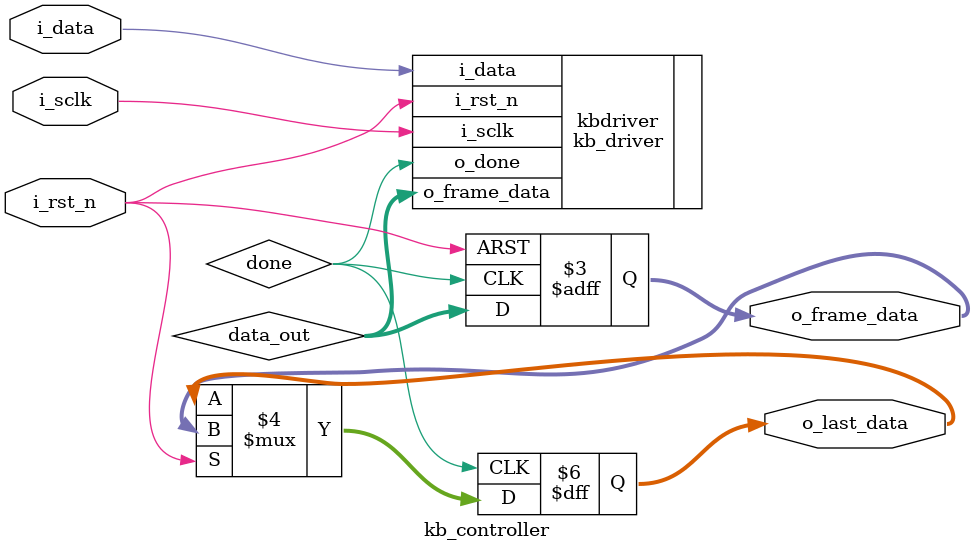
<source format=v>
module kb_controller (
    // input i_clk, //input global clock
    input i_rst_n, //reset when signal is low
    //ps 2 interface
    input i_data, //ps2 data,lowest bit first
    input i_sclk, //ps2 clk,use negedge to trigger
    //driver interface
    output reg [7:0]o_frame_data,
    output reg [7:0]o_last_data
);
    //wire definitions
    wire done;
    // wire controller_clk;
    //register definitions
    wire [7:0]data_out;
    //instantiation
    // time_divider
    // #(2)
    // time_for_controller
    // (
    //     .i_clk(i_clk),.rst_n(i_rst_n),.o_clk(controller_clk)
    // ); //1HZ
    // reg [7:0]o_frame_data; //the datared
    kb_driver kbdriver
    (
        .i_rst_n(i_rst_n),
        .i_data(i_data),
        .i_sclk(i_sclk),
        .o_done(done),
        .o_frame_data(data_out)
    );
    //loop for display
    always @(posedge done or negedge i_rst_n) begin
        if(!i_rst_n) begin
            o_frame_data<=8'b0;
        end
        else begin
            o_last_data=o_frame_data;
            o_frame_data=data_out;
        end
    end
endmodule
</source>
